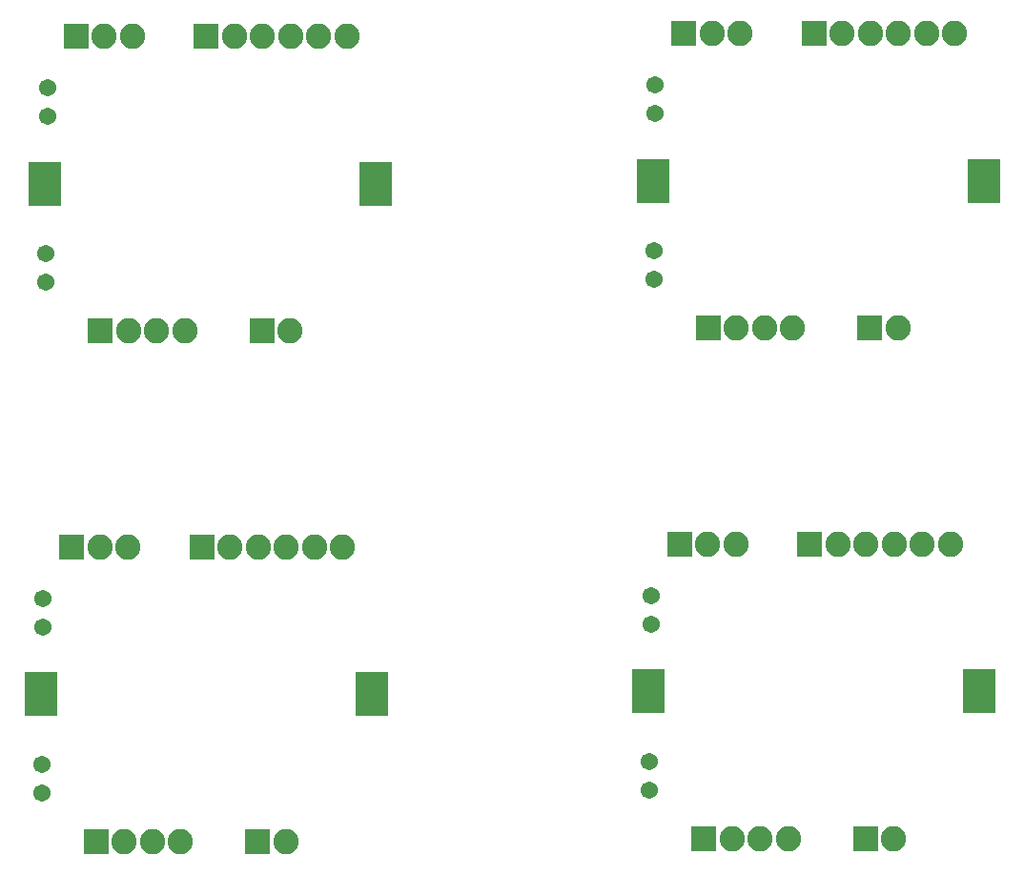
<source format=gbs>
G04 #@! TF.FileFunction,Soldermask,Bot*
%FSLAX46Y46*%
G04 Gerber Fmt 4.6, Leading zero omitted, Abs format (unit mm)*
G04 Created by KiCad (PCBNEW 4.0.7) date Wed Sep 16 00:54:05 2020*
%MOMM*%
%LPD*%
G01*
G04 APERTURE LIST*
%ADD10C,0.150000*%
%ADD11C,1.543000*%
%ADD12R,2.250000X2.250000*%
%ADD13C,2.250000*%
%ADD14R,2.940000X3.910000*%
G04 APERTURE END LIST*
D10*
D11*
X134366000Y-89281000D03*
X134493000Y-74549000D03*
X134493000Y-72009000D03*
X134366000Y-86741000D03*
D12*
X153543000Y-93599000D03*
D13*
X156043000Y-93599000D03*
D12*
X148590000Y-67437000D03*
D13*
X151090000Y-67437000D03*
X153590000Y-67437000D03*
X156090000Y-67437000D03*
X158590000Y-67437000D03*
X161090000Y-67437000D03*
D12*
X137033000Y-67437000D03*
D13*
X139533000Y-67437000D03*
X142033000Y-67437000D03*
D12*
X139192000Y-93599000D03*
D13*
X141692000Y-93599000D03*
X144192000Y-93599000D03*
X146692000Y-93599000D03*
D14*
X134291000Y-80518000D03*
X163651000Y-80518000D03*
X188266000Y-80264000D03*
X217626000Y-80264000D03*
D12*
X193167000Y-93345000D03*
D13*
X195667000Y-93345000D03*
X198167000Y-93345000D03*
X200667000Y-93345000D03*
D12*
X191008000Y-67183000D03*
D13*
X193508000Y-67183000D03*
X196008000Y-67183000D03*
D12*
X202565000Y-67183000D03*
D13*
X205065000Y-67183000D03*
X207565000Y-67183000D03*
X210065000Y-67183000D03*
X212565000Y-67183000D03*
X215065000Y-67183000D03*
D12*
X207518000Y-93345000D03*
D13*
X210018000Y-93345000D03*
D11*
X188341000Y-86487000D03*
X188468000Y-71755000D03*
X188468000Y-74295000D03*
X188341000Y-89027000D03*
X187960000Y-134366000D03*
X188087000Y-119634000D03*
X188087000Y-117094000D03*
X187960000Y-131826000D03*
D12*
X207137000Y-138684000D03*
D13*
X209637000Y-138684000D03*
D12*
X202184000Y-112522000D03*
D13*
X204684000Y-112522000D03*
X207184000Y-112522000D03*
X209684000Y-112522000D03*
X212184000Y-112522000D03*
X214684000Y-112522000D03*
D12*
X190627000Y-112522000D03*
D13*
X193127000Y-112522000D03*
X195627000Y-112522000D03*
D12*
X192786000Y-138684000D03*
D13*
X195286000Y-138684000D03*
X197786000Y-138684000D03*
X200286000Y-138684000D03*
D14*
X187885000Y-125603000D03*
X217245000Y-125603000D03*
X133910000Y-125857000D03*
X163270000Y-125857000D03*
D12*
X138811000Y-138938000D03*
D13*
X141311000Y-138938000D03*
X143811000Y-138938000D03*
X146311000Y-138938000D03*
D12*
X136652000Y-112776000D03*
D13*
X139152000Y-112776000D03*
X141652000Y-112776000D03*
D12*
X148209000Y-112776000D03*
D13*
X150709000Y-112776000D03*
X153209000Y-112776000D03*
X155709000Y-112776000D03*
X158209000Y-112776000D03*
X160709000Y-112776000D03*
D12*
X153162000Y-138938000D03*
D13*
X155662000Y-138938000D03*
D11*
X133985000Y-132080000D03*
X134112000Y-117348000D03*
X134112000Y-119888000D03*
X133985000Y-134620000D03*
M02*

</source>
